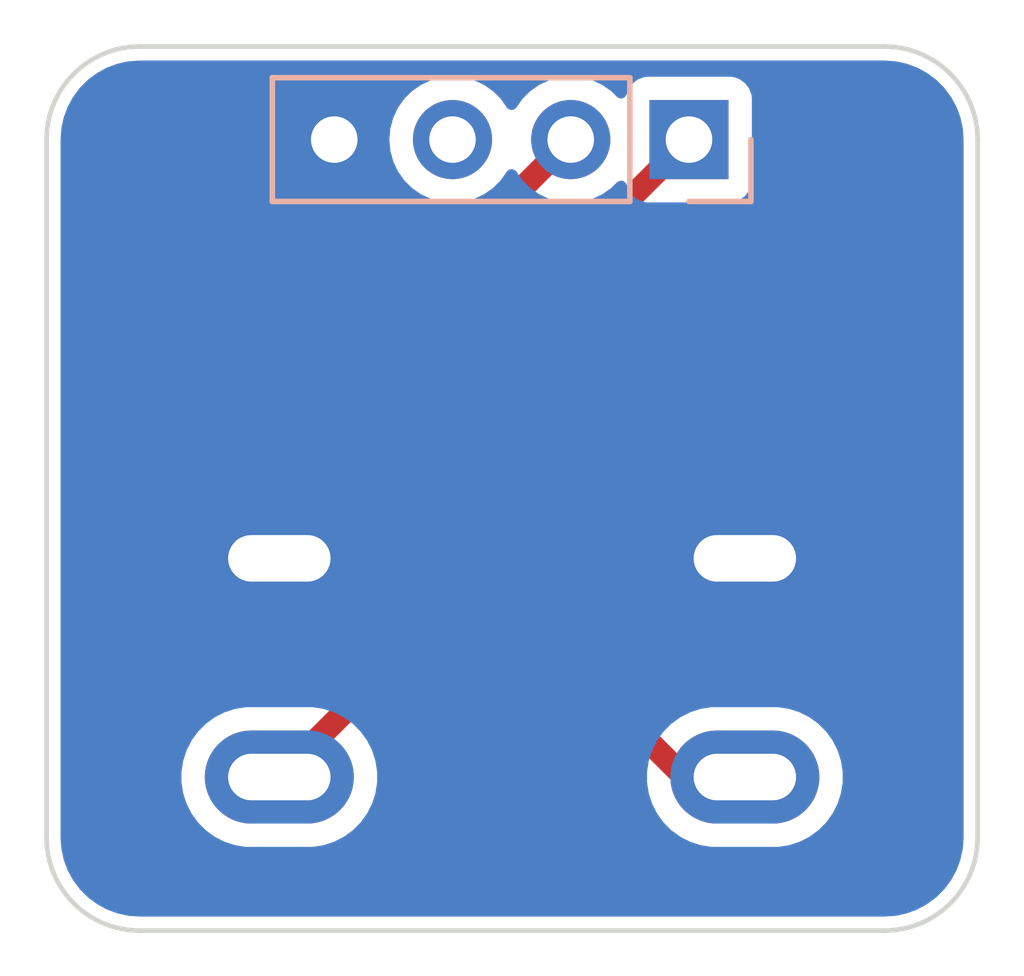
<source format=kicad_pcb>
(kicad_pcb (version 20240108) (generator "pcbnew") (generator_version "8.0")
  (title_block (title "Toggle Switch Breakout PCB") (date "2024-06-08") (rev "0.1.1"))
  (layers (0 "F.Cu" signal) (31 "B.Cu" signal) (34 "B.Paste" user) (35 "F.Paste" user) (36 "B.SilkS" user "B.Silkscreen") (37 "F.SilkS" user "F.Silkscreen") (38 "B.Mask" user) (39 "F.Mask" user) (44 "Edge.Cuts" user))
  (net 0 "")
  (net 1 "/SW_1")
  (net 2 "/SW_2")
  (net 3 "/COMMON")
  (footprint "Custom:MTS-101" (layer "F.Cu") (at 110 63.1 180)
    (property "Reference" "SW2" (hide yes))
    (property "Value" "SW_SPST" (hide yes))
    (pad "1" thru_hole oval (at 0 0 180) (size 3.2 2) (drill oval 2.2 1) (layers "*.Cu" "*.Mask") (net 3 "/COMMON"))
    (pad "2" thru_hole oval (at 0 -4.7 180) (size 3.2 2) (drill oval 2.2 1) (layers "*.Cu" "*.Mask") (net 2 "/SW_2"))
  )
  (footprint "Custom:MTS-101" (layer "F.Cu") (at 100 63.1 180)
    (property "Reference" "SW1" (hide yes))
    (property "Value" "SW_SPST" (hide yes))
    (pad "1" thru_hole oval (at 0 0 180) (size 3.2 2) (drill oval 2.2 1) (layers "*.Cu" "*.Mask") (net 3 "/COMMON"))
    (pad "2" thru_hole oval (at 0 -4.7 180) (size 3.2 2) (drill oval 2.2 1) (layers "*.Cu" "*.Mask") (net 1 "/SW_1"))
  )
  (footprint "Connector_PinHeader_2.54mm:PinHeader_1x04_P2.54mm_Vertical" (layer "B.Cu") (at 108.8 54.1 90)
    (property "Reference" "J1" (hide yes))
    (property "Value" "Conn_01x04_Pin" (hide yes))
    (fp_line (start 1.33 -8.95) (end -1.33 -8.95) (stroke (width 0.12)) (layer "B.SilkS"))
    (fp_line (start 1.33 -8.95) (end 1.33 -1.27) (stroke (width 0.12)) (layer "B.SilkS"))
    (fp_line (start -1.33 -8.95) (end -1.33 -1.27) (stroke (width 0.12)) (layer "B.SilkS"))
    (fp_line (start 1.33 -1.27) (end -1.33 -1.27) (stroke (width 0.12)) (layer "B.SilkS"))
    (fp_line (start 0 1.33) (end -1.33 1.33) (stroke (width 0.12)) (layer "B.SilkS"))
    (fp_line (start -1.33 1.33) (end -1.33 0) (stroke (width 0.12)) (layer "B.SilkS"))
    (pad "1" thru_hole rect (at 0 0 90) (size 1.7 1.7) (drill 1) (layers "*.Cu" "*.Mask") (net 2 "/SW_2"))
    (pad "2" thru_hole oval (at 0 -2.54 90) (size 1.7 1.7) (drill 1) (layers "*.Cu" "*.Mask") (net 1 "/SW_1"))
    (pad "3" thru_hole oval (at 0 -5.08 90) (size 1.7 1.7) (drill 1) (layers "*.Cu" "*.Mask"))
    (pad "4" thru_hole oval (at 0 -7.62 90) (size 1.7 1.7) (drill 1) (layers "*.Cu" "*.Mask") (net 3 "/COMMON"))
  )
  (gr_line (start 97 52.1) (end 113 52.1) (stroke (width 0.1)) (layer "Edge.Cuts"))
  (gr_line (start 113 71.1) (end 97 71.1) (stroke (width 0.1)) (layer "Edge.Cuts"))
  (gr_arc (start 95 54.1) (mid 95.585786 52.685786) (end 97 52.1) (stroke (width 0.1)) (layer "Edge.Cuts"))
  (gr_line (start 115 54.1) (end 115 69.1) (stroke (width 0.1)) (layer "Edge.Cuts"))
  (gr_arc (start 97 71.1) (mid 95.585786 70.514214) (end 95 69.1) (stroke (width 0.1)) (layer "Edge.Cuts"))
  (gr_arc (start 115 69.1) (mid 114.414214 70.514214) (end 113 71.1) (stroke (width 0.1)) (layer "Edge.Cuts"))
  (gr_line (start 95 69.1) (end 95 54.1) (stroke (width 0.1)) (layer "Edge.Cuts"))
  (gr_arc (start 113 52.1) (mid 114.414214 52.685786) (end 115 54.1) (stroke (width 0.1)) (layer "Edge.Cuts"))
  (segment (start 105 55.36) (end 105 62.8) (width 0.5) (layer "F.Cu") (net 1))
  (segment (start 106.26 54.1) (end 105 55.36) (width 0.5) (layer "F.Cu") (net 1))
  (segment (start 105 62.8) (end 100 67.8) (width 0.5) (layer "F.Cu") (net 1))
  (segment (start 108.8 54.1) (end 107 55.9) (width 0.5) (layer "F.Cu") (net 2))
  (segment (start 107 55.9) (end 107 66.1) (width 0.5) (layer "F.Cu") (net 2))
  (segment (start 108.7 67.8) (end 110 67.8) (width 0.5) (layer "F.Cu") (net 2))
  (segment (start 107 66.1) (end 108.7 67.8) (width 0.5) (layer "F.Cu") (net 2))
  (zone (net 3) (net_name "/COMMON") (layer "B.Cu") (connect_pads yes (clearance 0.5)) (min_thickness 0.25) (fill yes (thermal_gap 0.5) (thermal_bridge_width 0.5))
    (polygon (pts (xy 94 51.1) (xy 116 51.1) (xy 116 72.1) (xy 94 72.1)))
  )
)
</source>
